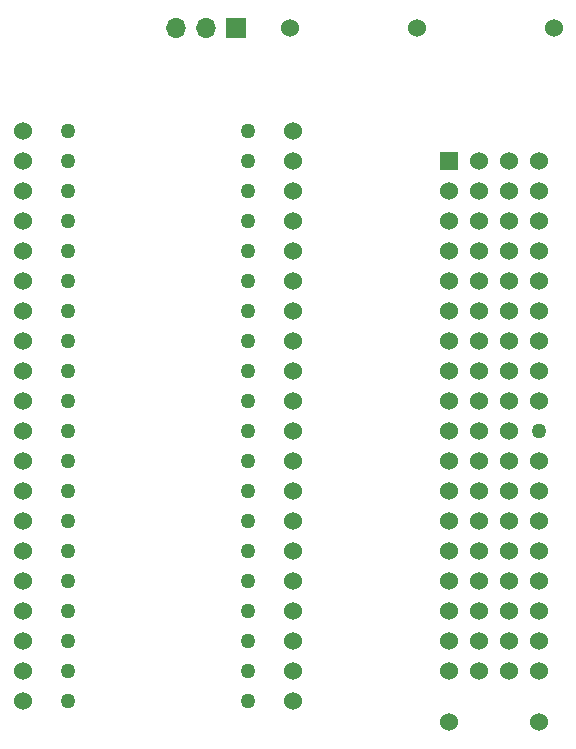
<source format=gbr>
%TF.GenerationSoftware,KiCad,Pcbnew,7.0.9*%
%TF.CreationDate,2024-10-20T15:28:43-06:00*%
%TF.ProjectId,Prototype2,50726f74-6f74-4797-9065-322e6b696361,rev?*%
%TF.SameCoordinates,Original*%
%TF.FileFunction,Soldermask,Bot*%
%TF.FilePolarity,Negative*%
%FSLAX46Y46*%
G04 Gerber Fmt 4.6, Leading zero omitted, Abs format (unit mm)*
G04 Created by KiCad (PCBNEW 7.0.9) date 2024-10-20 15:28:43*
%MOMM*%
%LPD*%
G01*
G04 APERTURE LIST*
%ADD10C,1.524000*%
%ADD11R,1.700000X1.700000*%
%ADD12O,1.700000X1.700000*%
%ADD13R,1.524000X1.524000*%
%ADD14C,1.270000*%
G04 APERTURE END LIST*
D10*
%TO.C,TP28*%
X180086000Y-93980000D03*
%TD*%
%TO.C,TP10*%
X157226000Y-93980000D03*
%TD*%
%TO.C,TP19*%
X180086000Y-116840000D03*
%TD*%
%TO.C,TP42*%
X200914000Y-118618000D03*
%TD*%
%TO.C,TP6*%
X157226000Y-83820000D03*
%TD*%
%TO.C,TP40*%
X202184000Y-59817000D03*
%TD*%
%TO.C,TP2*%
X157226000Y-73660000D03*
%TD*%
%TO.C,TP34*%
X180086000Y-78740000D03*
%TD*%
%TO.C,TP14*%
X157226000Y-104140000D03*
%TD*%
%TO.C,TP31*%
X180086000Y-86360000D03*
%TD*%
%TO.C,TP45*%
X193294000Y-118618000D03*
%TD*%
%TO.C,TP7*%
X157226000Y-86360000D03*
%TD*%
%TO.C,TP26*%
X180086000Y-99060000D03*
%TD*%
%TO.C,TP41*%
X157226000Y-68580000D03*
%TD*%
%TO.C,TP9*%
X157226000Y-91440000D03*
%TD*%
%TO.C,TP16*%
X157226000Y-111760000D03*
%TD*%
D11*
%TO.C,J3*%
X175260000Y-59817000D03*
D12*
X172720000Y-59817000D03*
X170180000Y-59817000D03*
%TD*%
D10*
%TO.C,TP29*%
X180086000Y-91440000D03*
%TD*%
%TO.C,TP44*%
X179832000Y-59817000D03*
%TD*%
%TO.C,TP21*%
X180086000Y-111760000D03*
%TD*%
%TO.C,TP15*%
X157226000Y-106680000D03*
%TD*%
%TO.C,TP24*%
X180086000Y-104140000D03*
%TD*%
%TO.C,TP36*%
X180086000Y-73660000D03*
%TD*%
%TO.C,TP8*%
X157226000Y-88900000D03*
%TD*%
%TO.C,TP22*%
X180086000Y-109220000D03*
%TD*%
%TO.C,TP13*%
X157226000Y-101600000D03*
%TD*%
%TO.C,TP11*%
X157226000Y-96520000D03*
%TD*%
%TO.C,TP35*%
X180086000Y-76200000D03*
%TD*%
%TO.C,TP18*%
X157226000Y-116840000D03*
%TD*%
%TO.C,TP17*%
X157226000Y-114300000D03*
%TD*%
%TO.C,TP38*%
X180086000Y-68580000D03*
%TD*%
%TO.C,TP25*%
X180086000Y-101600000D03*
%TD*%
%TO.C,TP32*%
X180086000Y-83820000D03*
%TD*%
%TO.C,TP20*%
X180086000Y-114300000D03*
%TD*%
%TO.C,TP12*%
X157226000Y-99060000D03*
%TD*%
%TO.C,TP37*%
X180086000Y-71120000D03*
%TD*%
D13*
%TO.C,J1*%
X193294000Y-71120000D03*
D10*
X195834000Y-71120000D03*
X198374000Y-71120000D03*
X200914000Y-71120000D03*
X193294000Y-73660000D03*
X195834000Y-73660000D03*
X198374000Y-73660000D03*
X200914000Y-73660000D03*
X193294000Y-76200000D03*
X195834000Y-76200000D03*
X198374000Y-76200000D03*
X200914000Y-76200000D03*
X193294000Y-78740000D03*
X195834000Y-78740000D03*
X198374000Y-78740000D03*
X200914000Y-78740000D03*
X193294000Y-81280000D03*
X195834000Y-81280000D03*
X198374000Y-81280000D03*
X200914000Y-81280000D03*
X193294000Y-83820000D03*
X195834000Y-83820000D03*
X198374000Y-83820000D03*
X200914000Y-83820000D03*
X193294000Y-86360000D03*
X195834000Y-86360000D03*
X198374000Y-86360000D03*
X200914000Y-86360000D03*
X193294000Y-88900000D03*
X195834000Y-88900000D03*
X198374000Y-88900000D03*
X200914000Y-88900000D03*
X193294000Y-91440000D03*
X195834000Y-91440000D03*
X198374000Y-91440000D03*
X200914000Y-91440000D03*
X193294000Y-93980000D03*
X195834000Y-93980000D03*
X198374000Y-93980000D03*
D14*
X200914000Y-93980000D03*
D10*
X193294000Y-96520000D03*
X195834000Y-96520000D03*
X198374000Y-96520000D03*
X200914000Y-96520000D03*
X193294000Y-99060000D03*
X195834000Y-99060000D03*
X198374000Y-99060000D03*
X200914000Y-99060000D03*
X193294000Y-101600000D03*
X195834000Y-101600000D03*
X198374000Y-101600000D03*
X200914000Y-101600000D03*
X193294000Y-104140000D03*
X195834000Y-104140000D03*
X198374000Y-104140000D03*
X200914000Y-104140000D03*
X193294000Y-106680000D03*
X195834000Y-106680000D03*
X198374000Y-106680000D03*
X200914000Y-106680000D03*
X193294000Y-109220000D03*
X195834000Y-109220000D03*
X198374000Y-109220000D03*
X200914000Y-109220000D03*
X193294000Y-111760000D03*
X195834000Y-111760000D03*
X198374000Y-111760000D03*
X200914000Y-111760000D03*
X193294000Y-114300000D03*
X195834000Y-114300000D03*
X198374000Y-114300000D03*
X200914000Y-114300000D03*
%TD*%
%TO.C,TP1*%
X157226000Y-71120000D03*
%TD*%
%TO.C,TP33*%
X180086000Y-81280000D03*
%TD*%
%TO.C,TP4*%
X157226000Y-78740000D03*
%TD*%
%TO.C,TP3*%
X157226000Y-76200000D03*
%TD*%
%TO.C,TP5*%
X157226000Y-81280000D03*
%TD*%
%TO.C,TP30*%
X180086000Y-88900000D03*
%TD*%
%TO.C,TP27*%
X180086000Y-96520000D03*
%TD*%
%TO.C,TP39*%
X190627000Y-59817000D03*
%TD*%
%TO.C,TP23*%
X180086000Y-106680000D03*
%TD*%
D14*
%TO.C,J2*%
X161065900Y-68572500D03*
X161065900Y-71112500D03*
X161065900Y-73652500D03*
X161065900Y-76192500D03*
X161065900Y-78732500D03*
X161065900Y-81272500D03*
X161065900Y-83812500D03*
X161065900Y-86352500D03*
X161065900Y-88892500D03*
X161065900Y-91432500D03*
X161065900Y-93972500D03*
X161065900Y-96512500D03*
X161065900Y-99052500D03*
X161065900Y-101592500D03*
X161065900Y-104132500D03*
X161065900Y-106672500D03*
X161065900Y-109212500D03*
X161065900Y-111752500D03*
X161065900Y-114292500D03*
X161065900Y-116832500D03*
X176305900Y-116832500D03*
X176305900Y-114292500D03*
X176305900Y-111752500D03*
X176305900Y-109212500D03*
X176305900Y-106672500D03*
X176305900Y-104132500D03*
X176305900Y-101592500D03*
X176305900Y-99052500D03*
X176305900Y-96512500D03*
X176305900Y-93972500D03*
X176305900Y-91432500D03*
X176305900Y-88892500D03*
X176305900Y-86352500D03*
X176305900Y-83812500D03*
X176305900Y-81272500D03*
X176305900Y-78732500D03*
X176305900Y-76192500D03*
X176305900Y-73652500D03*
X176305900Y-71112500D03*
X176305900Y-68572500D03*
%TD*%
D10*
%TO.C,TP43*%
X157226000Y-109220000D03*
%TD*%
M02*

</source>
